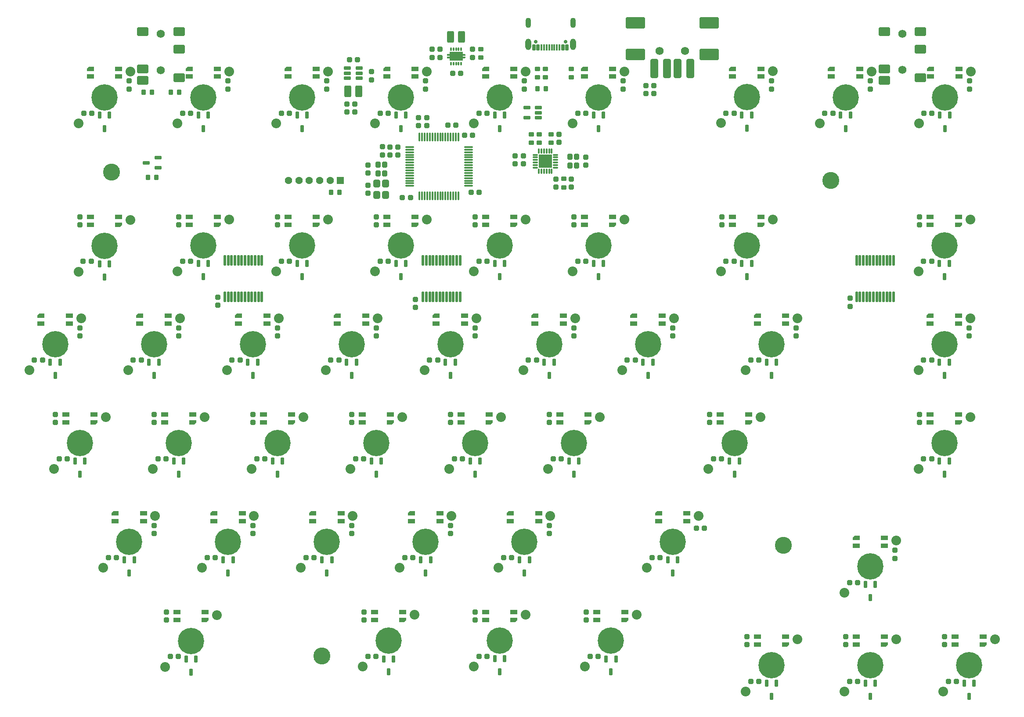
<source format=gbr>
%TF.GenerationSoftware,KiCad,Pcbnew,9.0.4*%
%TF.CreationDate,2025-09-14T11:33:08-05:00*%
%TF.ProjectId,shek-rounded,7368656b-2d72-46f7-956e-6465642e6b69,rev?*%
%TF.SameCoordinates,Original*%
%TF.FileFunction,Soldermask,Bot*%
%TF.FilePolarity,Negative*%
%FSLAX46Y46*%
G04 Gerber Fmt 4.6, Leading zero omitted, Abs format (unit mm)*
G04 Created by KiCad (PCBNEW 9.0.4) date 2025-09-14 11:33:08*
%MOMM*%
%LPD*%
G01*
G04 APERTURE LIST*
G04 Aperture macros list*
%AMRoundRect*
0 Rectangle with rounded corners*
0 $1 Rounding radius*
0 $2 $3 $4 $5 $6 $7 $8 $9 X,Y pos of 4 corners*
0 Add a 4 corners polygon primitive as box body*
4,1,4,$2,$3,$4,$5,$6,$7,$8,$9,$2,$3,0*
0 Add four circle primitives for the rounded corners*
1,1,$1+$1,$2,$3*
1,1,$1+$1,$4,$5*
1,1,$1+$1,$6,$7*
1,1,$1+$1,$8,$9*
0 Add four rect primitives between the rounded corners*
20,1,$1+$1,$2,$3,$4,$5,0*
20,1,$1+$1,$4,$5,$6,$7,0*
20,1,$1+$1,$6,$7,$8,$9,0*
20,1,$1+$1,$8,$9,$2,$3,0*%
%AMFreePoly0*
4,1,35,0.335414,0.712270,0.366794,0.706028,0.380491,0.700354,0.407094,0.682579,0.417579,0.672094,0.435354,0.645491,0.441028,0.631794,0.447270,0.600414,0.448000,0.593000,0.448000,-0.593000,0.447270,-0.600414,0.441028,-0.631794,0.435354,-0.645491,0.417579,-0.672094,0.407094,-0.682579,0.380491,-0.700354,0.366794,-0.706028,0.335414,-0.712270,0.328000,-0.713000,0.000000,-0.713000,
-0.026870,-0.701870,-0.436870,-0.291870,-0.448000,-0.265000,-0.448000,0.593000,-0.447270,0.600414,-0.441028,0.631794,-0.435354,0.645491,-0.417579,0.672094,-0.407094,0.682579,-0.380491,0.700354,-0.366794,0.706028,-0.335414,0.712270,-0.328000,0.713000,0.328000,0.713000,0.335414,0.712270,0.335414,0.712270,$1*%
%AMFreePoly1*
4,1,45,-0.098130,1.726870,-0.087000,1.700000,-0.087000,1.238000,0.087000,1.238000,0.087000,1.700000,0.098130,1.726870,0.125000,1.738000,0.375000,1.738000,0.401870,1.726870,0.413000,1.700000,0.413000,1.238000,0.825000,1.238000,0.851870,1.226870,0.863000,1.200000,0.863000,-1.200000,0.851870,-1.226870,0.825000,-1.238000,0.413000,-1.238000,0.413000,-1.700000,0.401870,-1.726870,
0.375000,-1.738000,0.125000,-1.738000,0.098130,-1.726870,0.087000,-1.700000,0.087000,-1.238000,-0.087000,-1.238000,-0.087000,-1.700000,-0.098130,-1.726870,-0.125000,-1.738000,-0.375000,-1.738000,-0.401870,-1.726870,-0.413000,-1.700000,-0.413000,-1.238000,-0.825000,-1.238000,-0.851870,-1.226870,-0.863000,-1.200000,-0.863000,1.200000,-0.851870,1.226870,-0.825000,1.238000,-0.413000,1.238000,
-0.413000,1.700000,-0.401870,1.726870,-0.375000,1.738000,-0.125000,1.738000,-0.098130,1.726870,-0.098130,1.726870,$1*%
G04 Aperture macros list end*
%ADD10C,1.876000*%
%ADD11C,5.076000*%
%ADD12RoundRect,0.181500X0.181500X-0.466500X0.181500X0.466500X-0.181500X0.466500X-0.181500X-0.466500X0*%
%ADD13C,3.276000*%
%ADD14RoundRect,0.169000X-0.531500X-0.169000X0.531500X-0.169000X0.531500X0.169000X-0.531500X0.169000X0*%
%ADD15RoundRect,0.219000X0.294000X-0.219000X0.294000X0.219000X-0.294000X0.219000X-0.294000X-0.219000X0*%
%ADD16RoundRect,0.089600X-0.623400X0.358400X-0.623400X-0.358400X0.623400X-0.358400X0.623400X0.358400X0*%
%ADD17FreePoly0,270.000000*%
%ADD18RoundRect,0.089600X0.623400X-0.358400X0.623400X0.358400X-0.623400X0.358400X-0.623400X-0.358400X0*%
%ADD19FreePoly0,90.000000*%
%ADD20RoundRect,0.244000X0.269000X-0.244000X0.269000X0.244000X-0.269000X0.244000X-0.269000X-0.244000X0*%
%ADD21RoundRect,0.244000X-0.269000X0.244000X-0.269000X-0.244000X0.269000X-0.244000X0.269000X0.244000X0*%
%ADD22RoundRect,0.244000X0.244000X0.269000X-0.244000X0.269000X-0.244000X-0.269000X0.244000X-0.269000X0*%
%ADD23RoundRect,0.079000X-0.079000X0.259000X-0.079000X-0.259000X0.079000X-0.259000X0.079000X0.259000X0*%
%ADD24FreePoly1,270.000000*%
%ADD25C,1.576000*%
%ADD26RoundRect,0.290800X-0.436200X-1.561200X0.436200X-1.561200X0.436200X1.561200X-0.436200X1.561200X0*%
%ADD27RoundRect,0.275500X-1.576500X-0.826500X1.576500X-0.826500X1.576500X0.826500X-1.576500X0.826500X0*%
%ADD28RoundRect,0.244000X-0.244000X-0.269000X0.244000X-0.269000X0.244000X0.269000X-0.244000X0.269000X0*%
%ADD29RoundRect,0.219000X-0.294000X0.219000X-0.294000X-0.219000X0.294000X-0.219000X0.294000X0.219000X0*%
%ADD30RoundRect,0.081500X0.081500X-0.394000X0.081500X0.394000X-0.081500X0.394000X-0.081500X-0.394000X0*%
%ADD31RoundRect,0.081500X0.394000X-0.081500X0.394000X0.081500X-0.394000X0.081500X-0.394000X-0.081500X0*%
%ADD32RoundRect,0.038000X1.250000X-1.250000X1.250000X1.250000X-1.250000X1.250000X-1.250000X-1.250000X0*%
%ADD33RoundRect,0.284000X-0.818000X-0.568000X0.818000X-0.568000X0.818000X0.568000X-0.818000X0.568000X0*%
%ADD34RoundRect,0.265833X0.372167X-0.472167X0.372167X0.472167X-0.372167X0.472167X-0.372167X-0.472167X0*%
%ADD35RoundRect,0.219000X-0.219000X-0.294000X0.219000X-0.294000X0.219000X0.294000X-0.219000X0.294000X0*%
%ADD36RoundRect,0.169000X0.531500X0.169000X-0.531500X0.169000X-0.531500X-0.169000X0.531500X-0.169000X0*%
%ADD37RoundRect,0.244000X0.244000X-0.344000X0.244000X0.344000X-0.244000X0.344000X-0.244000X-0.344000X0*%
%ADD38RoundRect,0.265200X-0.397800X-0.872800X0.397800X-0.872800X0.397800X0.872800X-0.397800X0.872800X0*%
%ADD39C,0.726000*%
%ADD40RoundRect,0.169000X-0.169000X-0.439000X0.169000X-0.439000X0.169000X0.439000X-0.169000X0.439000X0*%
%ADD41RoundRect,0.094000X-0.094000X-0.514000X0.094000X-0.514000X0.094000X0.514000X-0.094000X0.514000X0*%
%ADD42O,1.126000X2.176000*%
%ADD43O,1.076000X1.976000*%
%ADD44RoundRect,0.244000X-0.244000X0.344000X-0.244000X-0.344000X0.244000X-0.344000X0.244000X0.344000X0*%
%ADD45RoundRect,0.237750X0.275250X-0.237750X0.275250X0.237750X-0.275250X0.237750X-0.275250X-0.237750X0*%
%ADD46RoundRect,0.119000X-0.119000X0.869000X-0.119000X-0.869000X0.119000X-0.869000X0.119000X0.869000X0*%
%ADD47RoundRect,0.094000X-0.719000X-0.094000X0.719000X-0.094000X0.719000X0.094000X-0.719000X0.094000X0*%
%ADD48RoundRect,0.094000X-0.094000X-0.719000X0.094000X-0.719000X0.094000X0.719000X-0.094000X0.719000X0*%
%ADD49RoundRect,0.219000X0.219000X0.294000X-0.219000X0.294000X-0.219000X-0.294000X0.219000X-0.294000X0*%
%ADD50RoundRect,0.265200X0.397800X0.872800X-0.397800X0.872800X-0.397800X-0.872800X0.397800X-0.872800X0*%
%ADD51RoundRect,0.038000X0.675000X-0.675000X0.675000X0.675000X-0.675000X0.675000X-0.675000X-0.675000X0*%
%ADD52C,1.426000*%
G04 APERTURE END LIST*
D10*
%TO.C,U13*%
X371237500Y-71675000D03*
D11*
X376237500Y-66675000D03*
D10*
X381237500Y-61675000D03*
D12*
X375287500Y-70125000D03*
X377187500Y-70125000D03*
X376237500Y-72685000D03*
%TD*%
D10*
%TO.C,U10*%
X314087500Y-71675000D03*
D11*
X319087500Y-66675000D03*
D10*
X324087500Y-61675000D03*
D12*
X318137500Y-70125000D03*
X320037500Y-70125000D03*
X319087500Y-72685000D03*
%TD*%
D10*
%TO.C,U41*%
X416481250Y-138350000D03*
D11*
X421481250Y-133350000D03*
D10*
X426481250Y-128350000D03*
D12*
X420531250Y-136800000D03*
X422431250Y-136800000D03*
X421481250Y-139360000D03*
%TD*%
D10*
%TO.C,U33*%
X423625000Y-119300000D03*
D11*
X428625000Y-114300000D03*
D10*
X433625000Y-109300000D03*
D12*
X427675000Y-117750000D03*
X429575000Y-117750000D03*
X428625000Y-120310000D03*
%TD*%
D10*
%TO.C,U34*%
X456962500Y-119300000D03*
D11*
X461962500Y-114300000D03*
D10*
X466962500Y-109300000D03*
D12*
X461012500Y-117750000D03*
X462912500Y-117750000D03*
X461962500Y-120310000D03*
%TD*%
D10*
%TO.C,U11*%
X333137500Y-71675000D03*
D11*
X338137500Y-66675000D03*
D10*
X343137500Y-61675000D03*
D12*
X337187500Y-70125000D03*
X339087500Y-70125000D03*
X338137500Y-72685000D03*
%TD*%
D10*
%TO.C,U37*%
X328375000Y-138350000D03*
D11*
X333375000Y-133350000D03*
D10*
X338375000Y-128350000D03*
D12*
X332425000Y-136800000D03*
X334325000Y-136800000D03*
X333375000Y-139360000D03*
%TD*%
D10*
%TO.C,U53*%
X392668750Y-176450000D03*
D11*
X397668750Y-171450000D03*
D10*
X402668750Y-166450000D03*
D12*
X396718750Y-174950000D03*
X398618750Y-174950000D03*
X397668750Y-177460000D03*
%TD*%
D10*
%TO.C,U48*%
X404575000Y-157400000D03*
D11*
X409575000Y-152400000D03*
D10*
X414575000Y-147400000D03*
D12*
X408625000Y-155850000D03*
X410525000Y-155850000D03*
X409575000Y-158410000D03*
%TD*%
D10*
%TO.C,U44*%
X318850000Y-157400000D03*
D11*
X323850000Y-152400000D03*
D10*
X328850000Y-147400000D03*
D12*
X322900000Y-155850000D03*
X324800000Y-155850000D03*
X323850000Y-158410000D03*
%TD*%
D10*
%TO.C,U28*%
X323612500Y-119300000D03*
D11*
X328612500Y-114300000D03*
D10*
X333612500Y-109300000D03*
D12*
X327662500Y-117750000D03*
X329562500Y-117750000D03*
X328612500Y-120310000D03*
%TD*%
D10*
%TO.C,U47*%
X376000000Y-157400000D03*
D11*
X381000000Y-152400000D03*
D10*
X386000000Y-147400000D03*
D12*
X380050000Y-155850000D03*
X381950000Y-155850000D03*
X381000000Y-158410000D03*
%TD*%
D10*
%TO.C,U17*%
X457037500Y-71675000D03*
D11*
X462037500Y-66675000D03*
D10*
X467037500Y-61675000D03*
D12*
X461087500Y-70125000D03*
X462987500Y-70125000D03*
X462037500Y-72685000D03*
%TD*%
D13*
%TO.C,H2*%
X440100000Y-82700000D03*
%TD*%
D10*
%TO.C,U42*%
X456962500Y-138350000D03*
D11*
X461962500Y-133350000D03*
D10*
X466962500Y-128350000D03*
D12*
X461012500Y-136800000D03*
X462912500Y-136800000D03*
X461962500Y-139360000D03*
%TD*%
D13*
%TO.C,H4*%
X341900000Y-174400000D03*
%TD*%
D10*
%TO.C,U39*%
X366475000Y-138350000D03*
D11*
X371475000Y-133350000D03*
D10*
X376475000Y-128350000D03*
D12*
X370525000Y-136800000D03*
X372425000Y-136800000D03*
X371475000Y-139360000D03*
%TD*%
D10*
%TO.C,U23*%
X390287500Y-100250000D03*
D11*
X395287500Y-95250000D03*
D10*
X400287500Y-90250000D03*
D12*
X394337500Y-98700000D03*
X396237500Y-98700000D03*
X395287500Y-101260000D03*
%TD*%
D10*
%TO.C,U45*%
X337900000Y-157400000D03*
D11*
X342900000Y-152400000D03*
D10*
X347900000Y-147400000D03*
D12*
X341950000Y-155850000D03*
X343850000Y-155850000D03*
X342900000Y-158410000D03*
%TD*%
D10*
%TO.C,U12*%
X352187500Y-71675000D03*
D11*
X357187500Y-66675000D03*
D10*
X362187500Y-61675000D03*
D12*
X356237500Y-70125000D03*
X358137500Y-70125000D03*
X357187500Y-72685000D03*
%TD*%
D10*
%TO.C,U51*%
X349806250Y-176450000D03*
D11*
X354806250Y-171450000D03*
D10*
X359806250Y-166450000D03*
D12*
X353856250Y-174950000D03*
X355756250Y-174950000D03*
X354806250Y-177460000D03*
%TD*%
D10*
%TO.C,U15*%
X418862500Y-71612500D03*
D11*
X423862500Y-66612500D03*
D10*
X428862500Y-61612500D03*
D12*
X422912500Y-70062500D03*
X424812500Y-70062500D03*
X423862500Y-72622500D03*
%TD*%
D10*
%TO.C,U9*%
X295037500Y-71675000D03*
D11*
X300037500Y-66675000D03*
D10*
X305037500Y-61675000D03*
D12*
X299087500Y-70125000D03*
X300987500Y-70125000D03*
X300037500Y-72685000D03*
%TD*%
D10*
%TO.C,U16*%
X437912500Y-71675000D03*
D11*
X442912500Y-66675000D03*
D10*
X447912500Y-61675000D03*
D12*
X441962500Y-70125000D03*
X443862500Y-70125000D03*
X442912500Y-72685000D03*
%TD*%
D10*
%TO.C,U54*%
X423625000Y-181212500D03*
D11*
X428625000Y-176212500D03*
D10*
X433625000Y-171212500D03*
D12*
X427675000Y-179662500D03*
X429575000Y-179662500D03*
X428625000Y-182222500D03*
%TD*%
D10*
%TO.C,U25*%
X456962500Y-100250000D03*
D11*
X461962500Y-95250000D03*
D10*
X466962500Y-90250000D03*
D12*
X461012500Y-98700000D03*
X462912500Y-98700000D03*
X461962500Y-101260000D03*
%TD*%
D10*
%TO.C,U49*%
X442675000Y-162162500D03*
D11*
X447675000Y-157162500D03*
D10*
X452675000Y-152162500D03*
D12*
X446725000Y-160612500D03*
X448625000Y-160612500D03*
X447675000Y-163172500D03*
%TD*%
D10*
%TO.C,U32*%
X399812500Y-119300000D03*
D11*
X404812500Y-114300000D03*
D10*
X409812500Y-109300000D03*
D12*
X403862500Y-117750000D03*
X405762500Y-117750000D03*
X404812500Y-120310000D03*
%TD*%
D10*
%TO.C,U56*%
X461725000Y-181212500D03*
D11*
X466725000Y-176212500D03*
D10*
X471725000Y-171212500D03*
D12*
X465775000Y-179662500D03*
X467675000Y-179662500D03*
X466725000Y-182222500D03*
%TD*%
D10*
%TO.C,U38*%
X347425000Y-138350000D03*
D11*
X352425000Y-133350000D03*
D10*
X357425000Y-128350000D03*
D12*
X351475000Y-136800000D03*
X353375000Y-136800000D03*
X352425000Y-139360000D03*
%TD*%
D13*
%TO.C,H3*%
X301400000Y-81100000D03*
%TD*%
D10*
%TO.C,U14*%
X390287500Y-71675000D03*
D11*
X395287500Y-66675000D03*
D10*
X400287500Y-61675000D03*
D12*
X394337500Y-70125000D03*
X396237500Y-70125000D03*
X395287500Y-72685000D03*
%TD*%
D13*
%TO.C,H1*%
X430900000Y-153100000D03*
%TD*%
D10*
%TO.C,U24*%
X418862500Y-100250000D03*
D11*
X423862500Y-95250000D03*
D10*
X428862500Y-90250000D03*
D12*
X422912500Y-98700000D03*
X424812500Y-98700000D03*
X423862500Y-101260000D03*
%TD*%
D10*
%TO.C,U40*%
X385525000Y-138350000D03*
D11*
X390525000Y-133350000D03*
D10*
X395525000Y-128350000D03*
D12*
X389575000Y-136800000D03*
X391475000Y-136800000D03*
X390525000Y-139360000D03*
%TD*%
D10*
%TO.C,U26*%
X285512500Y-119300000D03*
D11*
X290512500Y-114300000D03*
D10*
X295512500Y-109300000D03*
D12*
X289562500Y-117750000D03*
X291462500Y-117750000D03*
X290512500Y-120310000D03*
%TD*%
D10*
%TO.C,U52*%
X371237500Y-176450000D03*
D11*
X376237500Y-171450000D03*
D10*
X381237500Y-166450000D03*
D12*
X375287500Y-174900000D03*
X377187500Y-174900000D03*
X376237500Y-177460000D03*
%TD*%
D10*
%TO.C,U43*%
X299800000Y-157400000D03*
D11*
X304800000Y-152400000D03*
D10*
X309800000Y-147400000D03*
D12*
X303850000Y-155850000D03*
X305750000Y-155850000D03*
X304800000Y-158410000D03*
%TD*%
D10*
%TO.C,U27*%
X304562500Y-119300000D03*
D11*
X309562500Y-114300000D03*
D10*
X314562500Y-109300000D03*
D12*
X308612500Y-117750000D03*
X310512500Y-117750000D03*
X309562500Y-120310000D03*
%TD*%
D10*
%TO.C,U18*%
X295037500Y-100312500D03*
D11*
X300037500Y-95312500D03*
D10*
X305037500Y-90312500D03*
D12*
X299087500Y-98762500D03*
X300987500Y-98762500D03*
X300037500Y-101322500D03*
%TD*%
D10*
%TO.C,U29*%
X342662500Y-119300000D03*
D11*
X347662500Y-114300000D03*
D10*
X352662500Y-109300000D03*
D12*
X346712500Y-117750000D03*
X348612500Y-117750000D03*
X347662500Y-120310000D03*
%TD*%
D10*
%TO.C,U22*%
X371237500Y-100250000D03*
D11*
X376237500Y-95250000D03*
D10*
X381237500Y-90250000D03*
D12*
X375287500Y-98700000D03*
X377187500Y-98700000D03*
X376237500Y-101260000D03*
%TD*%
D10*
%TO.C,U46*%
X356950000Y-157400000D03*
D11*
X361950000Y-152400000D03*
D10*
X366950000Y-147400000D03*
D12*
X361000000Y-155850000D03*
X362900000Y-155850000D03*
X361950000Y-158410000D03*
%TD*%
D10*
%TO.C,U19*%
X314087500Y-100250000D03*
D11*
X319087500Y-95250000D03*
D10*
X324087500Y-90250000D03*
D12*
X318137500Y-98700000D03*
X320037500Y-98700000D03*
X319087500Y-101260000D03*
%TD*%
D10*
%TO.C,U20*%
X333137500Y-100250000D03*
D11*
X338137500Y-95250000D03*
D10*
X343137500Y-90250000D03*
D12*
X337187500Y-98700000D03*
X339087500Y-98700000D03*
X338137500Y-101260000D03*
%TD*%
D10*
%TO.C,U21*%
X352187500Y-100250000D03*
D11*
X357187500Y-95250000D03*
D10*
X362187500Y-90250000D03*
D12*
X356237500Y-98700000D03*
X358137500Y-98700000D03*
X357187500Y-101260000D03*
%TD*%
D10*
%TO.C,U50*%
X311706250Y-176512500D03*
D11*
X316706250Y-171512500D03*
D10*
X321706250Y-166512500D03*
D12*
X315756250Y-174962500D03*
X317656250Y-174962500D03*
X316706250Y-177522500D03*
%TD*%
D10*
%TO.C,U31*%
X380762500Y-119300000D03*
D11*
X385762500Y-114300000D03*
D10*
X390762500Y-109300000D03*
D12*
X384812500Y-117750000D03*
X386712500Y-117750000D03*
X385762500Y-120310000D03*
%TD*%
D10*
%TO.C,U36*%
X309325000Y-138350000D03*
D11*
X314325000Y-133350000D03*
D10*
X319325000Y-128350000D03*
D12*
X313375000Y-136800000D03*
X315275000Y-136800000D03*
X314325000Y-139360000D03*
%TD*%
D10*
%TO.C,U30*%
X361712500Y-119300000D03*
D11*
X366712500Y-114300000D03*
D10*
X371712500Y-109300000D03*
D12*
X365762500Y-117750000D03*
X367662500Y-117750000D03*
X366712500Y-120310000D03*
%TD*%
D10*
%TO.C,U35*%
X290275000Y-138350000D03*
D11*
X295275000Y-133350000D03*
D10*
X300275000Y-128350000D03*
D12*
X294325000Y-136800000D03*
X296225000Y-136800000D03*
X295275000Y-139360000D03*
%TD*%
D10*
%TO.C,U55*%
X442675000Y-181212500D03*
D11*
X447675000Y-176212500D03*
D10*
X452675000Y-171212500D03*
D12*
X446725000Y-179662500D03*
X448625000Y-179662500D03*
X447675000Y-182222500D03*
%TD*%
D14*
%TO.C,U4*%
X346862500Y-62950000D03*
X346862500Y-62000000D03*
X346862500Y-61050000D03*
X349137500Y-61050000D03*
X349137500Y-62000000D03*
X349137500Y-62950000D03*
%TD*%
D15*
%TO.C,R8*%
X382300000Y-75425000D03*
X382300000Y-73775000D03*
%TD*%
D16*
%TO.C,LED21*%
X350387500Y-110287500D03*
X350387500Y-108787500D03*
X344937500Y-110287500D03*
D17*
X344937500Y-108787500D03*
%TD*%
D16*
%TO.C,LED3*%
X340862500Y-62662500D03*
X340862500Y-61162500D03*
X335412500Y-62662500D03*
D17*
X335412500Y-61162500D03*
%TD*%
D18*
%TO.C,LED17*%
X297312500Y-89737500D03*
X297312500Y-91237500D03*
X302762500Y-89737500D03*
D19*
X302762500Y-91237500D03*
%TD*%
D20*
%TO.C,C100*%
X390525000Y-112693750D03*
X390525000Y-111143750D03*
%TD*%
D21*
%TO.C,C11*%
X364746638Y-57425884D03*
X364746638Y-58975884D03*
%TD*%
D22*
%TO.C,C71*%
X314243750Y-174500000D03*
X312693750Y-174500000D03*
%TD*%
D20*
%TO.C,C81*%
X361950000Y-65068750D03*
X361950000Y-63518750D03*
%TD*%
D16*
%TO.C,LED37*%
X345625000Y-148387500D03*
X345625000Y-146887500D03*
X340175000Y-148387500D03*
D17*
X340175000Y-146887500D03*
%TD*%
D22*
%TO.C,C55*%
X378537500Y-155450000D03*
X376987500Y-155450000D03*
%TD*%
D20*
%TO.C,C96*%
X314325000Y-112693750D03*
X314325000Y-111143750D03*
%TD*%
D22*
%TO.C,C21*%
X362150000Y-70600000D03*
X360600000Y-70600000D03*
%TD*%
D16*
%TO.C,LED36*%
X326575000Y-148387500D03*
X326575000Y-146887500D03*
X321125000Y-148387500D03*
D17*
X321125000Y-146887500D03*
%TD*%
D22*
%TO.C,C38*%
X440450000Y-69725000D03*
X438900000Y-69725000D03*
%TD*%
D23*
%TO.C,U3*%
X366800000Y-57375000D03*
X367300000Y-57375000D03*
X367800000Y-57375000D03*
X368300000Y-57375000D03*
X368800000Y-57375000D03*
X368800000Y-60175000D03*
X368300000Y-60175000D03*
X367800000Y-60175000D03*
X367300000Y-60175000D03*
X366800000Y-60175000D03*
D24*
X367800000Y-58775000D03*
%TD*%
D22*
%TO.C,C48*%
X419018750Y-136400000D03*
X417468750Y-136400000D03*
%TD*%
D20*
%TO.C,C91*%
X352425000Y-91262500D03*
X352425000Y-89712500D03*
%TD*%
%TO.C,C89*%
X390525000Y-91262500D03*
X390525000Y-89712500D03*
%TD*%
%TO.C,C1*%
X392800000Y-79775000D03*
X392800000Y-78225000D03*
%TD*%
D22*
%TO.C,C44*%
X421400000Y-98300000D03*
X419850000Y-98300000D03*
%TD*%
D16*
%TO.C,LED41*%
X450400000Y-153150000D03*
X450400000Y-151650000D03*
X444950000Y-153150000D03*
D17*
X444950000Y-151650000D03*
%TD*%
D25*
%TO.C,J2*%
X407050000Y-57720000D03*
X411950000Y-57720000D03*
D26*
X406000000Y-61100000D03*
X408500000Y-61100000D03*
X410500000Y-61100000D03*
X413000000Y-61100000D03*
D27*
X402375000Y-58420000D03*
X416625000Y-58420000D03*
X402375000Y-52320000D03*
X416625000Y-52320000D03*
%TD*%
D22*
%TO.C,C36*%
X426162500Y-179262500D03*
X424612500Y-179262500D03*
%TD*%
%TO.C,C77*%
X321387500Y-155450000D03*
X319837500Y-155450000D03*
%TD*%
D21*
%TO.C,C28*%
X360000000Y-105625000D03*
X360000000Y-107175000D03*
%TD*%
D22*
%TO.C,C75*%
X330912500Y-136400000D03*
X329362500Y-136400000D03*
%TD*%
%TO.C,C63*%
X354725000Y-98300000D03*
X353175000Y-98300000D03*
%TD*%
%TO.C,C72*%
X340437500Y-155450000D03*
X338887500Y-155450000D03*
%TD*%
%TO.C,C54*%
X392825000Y-69725000D03*
X391275000Y-69725000D03*
%TD*%
D16*
%TO.C,LED23*%
X388487500Y-110287500D03*
X388487500Y-108787500D03*
X383037500Y-110287500D03*
D17*
X383037500Y-108787500D03*
%TD*%
D20*
%TO.C,C104*%
X290512500Y-129362500D03*
X290512500Y-127812500D03*
%TD*%
%TO.C,C87*%
X457200000Y-91262500D03*
X457200000Y-89712500D03*
%TD*%
D18*
%TO.C,LED46*%
X373512500Y-165937500D03*
X373512500Y-167437500D03*
X378962500Y-165937500D03*
D19*
X378962500Y-167437500D03*
%TD*%
D18*
%TO.C,LED10*%
X459237500Y-89737500D03*
X459237500Y-91237500D03*
X464687500Y-89737500D03*
D19*
X464687500Y-91237500D03*
%TD*%
D22*
%TO.C,C51*%
X383300000Y-117350000D03*
X381750000Y-117350000D03*
%TD*%
D18*
%TO.C,LED48*%
X313981250Y-165937500D03*
X313981250Y-167437500D03*
X319431250Y-165937500D03*
D19*
X319431250Y-167437500D03*
%TD*%
D18*
%TO.C,LED11*%
X421137500Y-89737500D03*
X421137500Y-91237500D03*
X426587500Y-89737500D03*
D19*
X426587500Y-91237500D03*
%TD*%
D21*
%TO.C,C27*%
X443800000Y-105425000D03*
X443800000Y-106975000D03*
%TD*%
D22*
%TO.C,C42*%
X388062500Y-136400000D03*
X386512500Y-136400000D03*
%TD*%
D16*
%TO.C,LED24*%
X407537500Y-110287500D03*
X407537500Y-108787500D03*
X402087500Y-110287500D03*
D17*
X402087500Y-108787500D03*
%TD*%
D22*
%TO.C,C31*%
X459500000Y-117350000D03*
X457950000Y-117350000D03*
%TD*%
D16*
%TO.C,LED18*%
X293237500Y-110287500D03*
X293237500Y-108787500D03*
X287787500Y-110287500D03*
D17*
X287787500Y-108787500D03*
%TD*%
D22*
%TO.C,C60*%
X335675000Y-69725000D03*
X334125000Y-69725000D03*
%TD*%
D15*
%TO.C,R9*%
X372546638Y-59025884D03*
X372546638Y-57375884D03*
%TD*%
D20*
%TO.C,C84*%
X428625000Y-65068750D03*
X428625000Y-63518750D03*
%TD*%
%TO.C,C109*%
X385762500Y-129362500D03*
X385762500Y-127812500D03*
%TD*%
D22*
%TO.C,C39*%
X421400000Y-69725000D03*
X419850000Y-69725000D03*
%TD*%
D16*
%TO.C,LED40*%
X412300000Y-148387500D03*
X412300000Y-146887500D03*
X406850000Y-148387500D03*
D17*
X406850000Y-146887500D03*
%TD*%
D16*
%TO.C,LED39*%
X383725000Y-148387500D03*
X383725000Y-146887500D03*
X378275000Y-148387500D03*
D17*
X378275000Y-146887500D03*
%TD*%
D20*
%TO.C,C22*%
X356575000Y-77775000D03*
X356575000Y-76225000D03*
%TD*%
D18*
%TO.C,LED27*%
X459237500Y-127837500D03*
X459237500Y-129337500D03*
X464687500Y-127837500D03*
D19*
X464687500Y-129337500D03*
%TD*%
D22*
%TO.C,C50*%
X359487500Y-155450000D03*
X357937500Y-155450000D03*
%TD*%
D21*
%TO.C,C9*%
X370946638Y-57425884D03*
X370946638Y-58975884D03*
%TD*%
D28*
%TO.C,C15*%
X346745000Y-67970000D03*
X348295000Y-67970000D03*
%TD*%
D21*
%TO.C,C26*%
X350800000Y-83625000D03*
X350800000Y-85175000D03*
%TD*%
D16*
%TO.C,LED2*%
X321812500Y-62662500D03*
X321812500Y-61162500D03*
X316362500Y-62662500D03*
D17*
X316362500Y-61162500D03*
%TD*%
D29*
%TO.C,R6*%
X386150000Y-73775000D03*
X386150000Y-75425000D03*
%TD*%
D20*
%TO.C,C97*%
X333375000Y-112693750D03*
X333375000Y-111143750D03*
%TD*%
%TO.C,C80*%
X342900000Y-65068750D03*
X342900000Y-63518750D03*
%TD*%
D18*
%TO.C,LED43*%
X444950000Y-170700000D03*
X444950000Y-172200000D03*
X450400000Y-170700000D03*
D19*
X450400000Y-172200000D03*
%TD*%
D22*
%TO.C,C43*%
X402350000Y-117350000D03*
X400800000Y-117350000D03*
%TD*%
D30*
%TO.C,U1*%
X386250000Y-80937500D03*
X385750000Y-80937500D03*
X385250000Y-80937500D03*
X384750000Y-80937500D03*
X384250000Y-80937500D03*
X383750000Y-80937500D03*
D31*
X383062500Y-80250000D03*
X383062500Y-79750000D03*
X383062500Y-79250000D03*
X383062500Y-78750000D03*
X383062500Y-78250000D03*
X383062500Y-77750000D03*
D30*
X383750000Y-77062500D03*
X384250000Y-77062500D03*
X384750000Y-77062500D03*
X385250000Y-77062500D03*
X385750000Y-77062500D03*
X386250000Y-77062500D03*
D31*
X386937500Y-77750000D03*
X386937500Y-78250000D03*
X386937500Y-78750000D03*
X386937500Y-79250000D03*
X386937500Y-79750000D03*
X386937500Y-80250000D03*
D32*
X385000000Y-79000000D03*
%TD*%
D22*
%TO.C,C66*%
X292812500Y-136400000D03*
X291262500Y-136400000D03*
%TD*%
D20*
%TO.C,C79*%
X323850000Y-65068750D03*
X323850000Y-63518750D03*
%TD*%
D22*
%TO.C,C59*%
X297450000Y-98300000D03*
X295900000Y-98300000D03*
%TD*%
D20*
%TO.C,C112*%
X309562500Y-150793750D03*
X309562500Y-149243750D03*
%TD*%
D29*
%TO.C,R1*%
X383500000Y-61175000D03*
X383500000Y-62825000D03*
%TD*%
D16*
%TO.C,LED6*%
X398012500Y-62662500D03*
X398012500Y-61162500D03*
X392562500Y-62662500D03*
D17*
X392562500Y-61162500D03*
%TD*%
D22*
%TO.C,C74*%
X345200000Y-117350000D03*
X343650000Y-117350000D03*
%TD*%
D18*
%TO.C,LED14*%
X354462500Y-89737500D03*
X354462500Y-91237500D03*
X359912500Y-89737500D03*
D19*
X359912500Y-91237500D03*
%TD*%
D18*
%TO.C,LED45*%
X394943750Y-165937500D03*
X394943750Y-167437500D03*
X400393750Y-165937500D03*
D19*
X400393750Y-167437500D03*
%TD*%
D20*
%TO.C,C120*%
X350043750Y-167462500D03*
X350043750Y-165912500D03*
%TD*%
D25*
%TO.C,J5*%
X453850000Y-54400000D03*
X453850000Y-61400000D03*
D33*
X457350000Y-54000000D03*
X450350000Y-54000000D03*
X457350000Y-57400000D03*
X450350000Y-61200000D03*
X450350000Y-63400000D03*
X457350000Y-62900000D03*
%TD*%
D18*
%TO.C,LED31*%
X349700000Y-127837500D03*
X349700000Y-129337500D03*
X355150000Y-127837500D03*
D19*
X355150000Y-129337500D03*
%TD*%
D34*
%TO.C,Y3*%
X352550000Y-85500000D03*
X352550000Y-83300000D03*
X354250000Y-83300000D03*
X354250000Y-85500000D03*
%TD*%
D22*
%TO.C,C32*%
X459500000Y-136400000D03*
X457950000Y-136400000D03*
%TD*%
D35*
%TO.C,R10*%
X343675000Y-85000000D03*
X345325000Y-85000000D03*
%TD*%
D21*
%TO.C,C10*%
X363146638Y-57425884D03*
X363146638Y-58975884D03*
%TD*%
D36*
%TO.C,Q1*%
X310337500Y-78337500D03*
X310337500Y-80237500D03*
X308062500Y-79287500D03*
%TD*%
D20*
%TO.C,C119*%
X311943750Y-167462500D03*
X311943750Y-165912500D03*
%TD*%
%TO.C,C83*%
X400050000Y-65068750D03*
X400050000Y-63518750D03*
%TD*%
%TO.C,C121*%
X371475000Y-167462500D03*
X371475000Y-165912500D03*
%TD*%
D37*
%TO.C,Y2*%
X352750000Y-81350000D03*
X352750000Y-79650000D03*
X354050000Y-79650000D03*
X354050000Y-81350000D03*
%TD*%
D38*
%TO.C,L1*%
X366725000Y-55000000D03*
X368875000Y-55000000D03*
%TD*%
D20*
%TO.C,C102*%
X433387500Y-112693750D03*
X433387500Y-111143750D03*
%TD*%
D29*
%TO.C,R5*%
X388550000Y-82385000D03*
X388550000Y-84035000D03*
%TD*%
D16*
%TO.C,LED8*%
X445637500Y-62662500D03*
X445637500Y-61162500D03*
X440187500Y-62662500D03*
D17*
X440187500Y-61162500D03*
%TD*%
D22*
%TO.C,C73*%
X326150000Y-117350000D03*
X324600000Y-117350000D03*
%TD*%
D16*
%TO.C,LED26*%
X464687500Y-110287500D03*
X464687500Y-108787500D03*
X459237500Y-110287500D03*
D17*
X459237500Y-108787500D03*
%TD*%
D16*
%TO.C,LED35*%
X307525000Y-148387500D03*
X307525000Y-146887500D03*
X302075000Y-148387500D03*
D17*
X302075000Y-146887500D03*
%TD*%
D20*
%TO.C,C125*%
X461962500Y-172225000D03*
X461962500Y-170675000D03*
%TD*%
D18*
%TO.C,LED12*%
X392562500Y-89737500D03*
X392562500Y-91237500D03*
X398012500Y-89737500D03*
D19*
X398012500Y-91237500D03*
%TD*%
D20*
%TO.C,C124*%
X442912500Y-172225000D03*
X442912500Y-170675000D03*
%TD*%
D29*
%TO.C,R4*%
X390000000Y-61175000D03*
X390000000Y-62825000D03*
%TD*%
D35*
%TO.C,R12*%
X307525000Y-65700000D03*
X309175000Y-65700000D03*
%TD*%
D22*
%TO.C,C41*%
X373775000Y-174500000D03*
X372225000Y-174500000D03*
%TD*%
D18*
%TO.C,LED29*%
X387800000Y-127837500D03*
X387800000Y-129337500D03*
X393250000Y-127837500D03*
D19*
X393250000Y-129337500D03*
%TD*%
D16*
%TO.C,LED19*%
X312287500Y-110287500D03*
X312287500Y-108787500D03*
X306837500Y-110287500D03*
D17*
X306837500Y-108787500D03*
%TD*%
D20*
%TO.C,C116*%
X385762500Y-150793750D03*
X385762500Y-149243750D03*
%TD*%
D18*
%TO.C,LED34*%
X292550000Y-127837500D03*
X292550000Y-129337500D03*
X298000000Y-127837500D03*
D19*
X298000000Y-129337500D03*
%TD*%
D22*
%TO.C,C5*%
X380775000Y-79500000D03*
X379225000Y-79500000D03*
%TD*%
%TO.C,C33*%
X464262500Y-179262500D03*
X462712500Y-179262500D03*
%TD*%
D16*
%TO.C,LED5*%
X378962500Y-62662500D03*
X378962500Y-61162500D03*
X373512500Y-62662500D03*
D17*
X373512500Y-61162500D03*
%TD*%
D39*
%TO.C,J1*%
X383122824Y-55980000D03*
X388902824Y-55980000D03*
D40*
X382812824Y-57050000D03*
X383612824Y-57050000D03*
D41*
X384762824Y-57050000D03*
X385762824Y-57050000D03*
X386262824Y-57050000D03*
X387262824Y-57050000D03*
D40*
X389212824Y-57050000D03*
X388412824Y-57050000D03*
D41*
X387762824Y-57050000D03*
X386762824Y-57050000D03*
X385262824Y-57050000D03*
X384262824Y-57050000D03*
D42*
X381692824Y-56480000D03*
X390332824Y-56480000D03*
D43*
X381692824Y-52300000D03*
X390332824Y-52300000D03*
%TD*%
D44*
%TO.C,Y1*%
X391050000Y-78100000D03*
X391050000Y-79800000D03*
X389750000Y-79800000D03*
X389750000Y-78100000D03*
%TD*%
D20*
%TO.C,C122*%
X392906250Y-167462500D03*
X392906250Y-165912500D03*
%TD*%
D22*
%TO.C,C117*%
X415665000Y-149730000D03*
X414115000Y-149730000D03*
%TD*%
%TO.C,C35*%
X445212500Y-160212500D03*
X443662500Y-160212500D03*
%TD*%
%TO.C,C53*%
X373775000Y-98290000D03*
X372225000Y-98290000D03*
%TD*%
D21*
%TO.C,C3*%
X390050000Y-82435000D03*
X390050000Y-83985000D03*
%TD*%
D22*
%TO.C,C46*%
X395206250Y-174500000D03*
X393656250Y-174500000D03*
%TD*%
D28*
%TO.C,C16*%
X347225000Y-59400000D03*
X348775000Y-59400000D03*
%TD*%
D16*
%TO.C,LED9*%
X464762500Y-62662500D03*
X464762500Y-61162500D03*
X459312500Y-62662500D03*
D17*
X459312500Y-61162500D03*
%TD*%
D45*
%TO.C,FB1*%
X353575001Y-77787500D03*
X353575001Y-76212500D03*
%TD*%
D36*
%TO.C,U2*%
X383707500Y-68670000D03*
X383707500Y-69620000D03*
X383707500Y-70570000D03*
X381432500Y-70570000D03*
X381432500Y-68670000D03*
%TD*%
D46*
%TO.C,U7*%
X361425000Y-98100000D03*
X362075000Y-98100000D03*
X362725000Y-98100000D03*
X363375000Y-98100000D03*
X364025000Y-98100000D03*
X364675000Y-98100000D03*
X365325000Y-98100000D03*
X365975000Y-98100000D03*
X366625000Y-98100000D03*
X367275000Y-98100000D03*
X367925000Y-98100000D03*
X368575000Y-98100000D03*
X368575000Y-105100000D03*
X367925000Y-105100000D03*
X367275000Y-105100000D03*
X366625000Y-105100000D03*
X365975000Y-105100000D03*
X365325000Y-105100000D03*
X364675000Y-105100000D03*
X364025000Y-105100000D03*
X363375000Y-105100000D03*
X362725000Y-105100000D03*
X362075000Y-105100000D03*
X361425000Y-105100000D03*
%TD*%
D15*
%TO.C,R7*%
X383800000Y-75425000D03*
X383800000Y-73775000D03*
%TD*%
D20*
%TO.C,C4*%
X387650000Y-75375000D03*
X387650000Y-73825000D03*
%TD*%
%TO.C,C103*%
X466725000Y-112693750D03*
X466725000Y-111143750D03*
%TD*%
D16*
%TO.C,LED22*%
X369437500Y-110287500D03*
X369437500Y-108787500D03*
X363987500Y-110287500D03*
D17*
X363987500Y-108787500D03*
%TD*%
D20*
%TO.C,C86*%
X466800000Y-65068750D03*
X466800000Y-63518750D03*
%TD*%
D22*
%TO.C,C76*%
X288050000Y-117350000D03*
X286500000Y-117350000D03*
%TD*%
D28*
%TO.C,C17*%
X369425000Y-74000000D03*
X370975000Y-74000000D03*
%TD*%
D21*
%TO.C,C2*%
X387050000Y-82435000D03*
X387050000Y-83985000D03*
%TD*%
D16*
%TO.C,LED38*%
X364675000Y-148387500D03*
X364675000Y-146887500D03*
X359225000Y-148387500D03*
D17*
X359225000Y-146887500D03*
%TD*%
D21*
%TO.C,C13*%
X351500000Y-61725000D03*
X351500000Y-63275000D03*
%TD*%
D47*
%TO.C,U5*%
X358825000Y-83750000D03*
X358825000Y-83250000D03*
X358825000Y-82750000D03*
X358825000Y-82250000D03*
X358825000Y-81750000D03*
X358825000Y-81250000D03*
X358825000Y-80750000D03*
X358825000Y-80250000D03*
X358825000Y-79750000D03*
X358825000Y-79250000D03*
X358825000Y-78750000D03*
X358825000Y-78250000D03*
X358825000Y-77750000D03*
X358825000Y-77250000D03*
X358825000Y-76750000D03*
X358825000Y-76250000D03*
D48*
X360750000Y-74325000D03*
X361250000Y-74325000D03*
X361750000Y-74325000D03*
X362250000Y-74325000D03*
X362750000Y-74325000D03*
X363250000Y-74325000D03*
X363750000Y-74325000D03*
X364250000Y-74325000D03*
X364750000Y-74325000D03*
X365250000Y-74325000D03*
X365750000Y-74325000D03*
X366250000Y-74325000D03*
X366750000Y-74325000D03*
X367250000Y-74325000D03*
X367750000Y-74325000D03*
X368250000Y-74325000D03*
D47*
X370175000Y-76250000D03*
X370175000Y-76750000D03*
X370175000Y-77250000D03*
X370175000Y-77750000D03*
X370175000Y-78250000D03*
X370175000Y-78750000D03*
X370175000Y-79250000D03*
X370175000Y-79750000D03*
X370175000Y-80250000D03*
X370175000Y-80750000D03*
X370175000Y-81250000D03*
X370175000Y-81750000D03*
X370175000Y-82250000D03*
X370175000Y-82750000D03*
X370175000Y-83250000D03*
X370175000Y-83750000D03*
D48*
X368250000Y-85675000D03*
X367750000Y-85675000D03*
X367250000Y-85675000D03*
X366750000Y-85675000D03*
X366250000Y-85675000D03*
X365750000Y-85675000D03*
X365250000Y-85675000D03*
X364750000Y-85675000D03*
X364250000Y-85675000D03*
X363750000Y-85675000D03*
X363250000Y-85675000D03*
X362750000Y-85675000D03*
X362250000Y-85675000D03*
X361750000Y-85675000D03*
X361250000Y-85675000D03*
X360750000Y-85675000D03*
%TD*%
D22*
%TO.C,C34*%
X445212500Y-179262500D03*
X443662500Y-179262500D03*
%TD*%
%TO.C,C57*%
X373775000Y-69725000D03*
X372225000Y-69725000D03*
%TD*%
D20*
%TO.C,C92*%
X333375000Y-91262500D03*
X333375000Y-89712500D03*
%TD*%
D22*
%TO.C,C40*%
X352343750Y-174500000D03*
X350793750Y-174500000D03*
%TD*%
D46*
%TO.C,U6*%
X445025000Y-98100000D03*
X445675000Y-98100000D03*
X446325000Y-98100000D03*
X446975000Y-98100000D03*
X447625000Y-98100000D03*
X448275000Y-98100000D03*
X448925000Y-98100000D03*
X449575000Y-98100000D03*
X450225000Y-98100000D03*
X450875000Y-98100000D03*
X451525000Y-98100000D03*
X452175000Y-98100000D03*
X452175000Y-105100000D03*
X451525000Y-105100000D03*
X450875000Y-105100000D03*
X450225000Y-105100000D03*
X449575000Y-105100000D03*
X448925000Y-105100000D03*
X448275000Y-105100000D03*
X447625000Y-105100000D03*
X446975000Y-105100000D03*
X446325000Y-105100000D03*
X445675000Y-105100000D03*
X445025000Y-105100000D03*
%TD*%
D22*
%TO.C,C19*%
X359000000Y-86000000D03*
X357450000Y-86000000D03*
%TD*%
D20*
%TO.C,C115*%
X366712500Y-150793750D03*
X366712500Y-149243750D03*
%TD*%
D22*
%TO.C,C64*%
X335675000Y-98300000D03*
X334125000Y-98300000D03*
%TD*%
D18*
%TO.C,LED32*%
X330650000Y-127837500D03*
X330650000Y-129337500D03*
X336100000Y-127837500D03*
D19*
X336100000Y-129337500D03*
%TD*%
D22*
%TO.C,C49*%
X369012500Y-136400000D03*
X367462500Y-136400000D03*
%TD*%
D18*
%TO.C,LED15*%
X335412500Y-89737500D03*
X335412500Y-91237500D03*
X340862500Y-89737500D03*
D19*
X340862500Y-91237500D03*
%TD*%
D20*
%TO.C,C90*%
X371475000Y-91262500D03*
X371475000Y-89712500D03*
%TD*%
%TO.C,C118*%
X452437500Y-155556250D03*
X452437500Y-154006250D03*
%TD*%
D22*
%TO.C,C6*%
X380775000Y-78000000D03*
X379225000Y-78000000D03*
%TD*%
D28*
%TO.C,C20*%
X370725000Y-85000001D03*
X372275000Y-85000001D03*
%TD*%
D16*
%TO.C,LED25*%
X431350000Y-110287500D03*
X431350000Y-108787500D03*
X425900000Y-110287500D03*
D17*
X425900000Y-108787500D03*
%TD*%
D22*
%TO.C,C62*%
X354725000Y-69725000D03*
X353175000Y-69725000D03*
%TD*%
D25*
%TO.C,J3*%
X310900000Y-54425000D03*
X310900000Y-61425000D03*
D33*
X314400000Y-54025000D03*
X307400000Y-54025000D03*
X314400000Y-57425000D03*
X307400000Y-61225000D03*
X307400000Y-63425000D03*
X314400000Y-62925000D03*
%TD*%
D22*
%TO.C,C65*%
X307100000Y-117350000D03*
X305550000Y-117350000D03*
%TD*%
%TO.C,C67*%
X311862500Y-136400000D03*
X310312500Y-136400000D03*
%TD*%
D28*
%TO.C,C14*%
X346745000Y-69470000D03*
X348295000Y-69470000D03*
%TD*%
D20*
%TO.C,C113*%
X328612500Y-150793750D03*
X328612500Y-149243750D03*
%TD*%
D22*
%TO.C,C7*%
X405950000Y-64400000D03*
X404400000Y-64400000D03*
%TD*%
%TO.C,C68*%
X349962500Y-136400000D03*
X348412500Y-136400000D03*
%TD*%
%TO.C,C61*%
X316625000Y-69725000D03*
X315075000Y-69725000D03*
%TD*%
%TO.C,C30*%
X459575000Y-69725000D03*
X458025000Y-69725000D03*
%TD*%
%TO.C,C58*%
X316625000Y-98300000D03*
X315075000Y-98300000D03*
%TD*%
%TO.C,C56*%
X297575000Y-69725000D03*
X296025000Y-69725000D03*
%TD*%
D16*
%TO.C,LED1*%
X302762500Y-62662500D03*
X302762500Y-61162500D03*
X297312500Y-62662500D03*
D17*
X297312500Y-61162500D03*
%TD*%
D16*
%TO.C,LED20*%
X331337500Y-110287500D03*
X331337500Y-108787500D03*
X325887500Y-110287500D03*
D17*
X325887500Y-108787500D03*
%TD*%
D20*
%TO.C,C82*%
X381000000Y-65068750D03*
X381000000Y-63518750D03*
%TD*%
D22*
%TO.C,C12*%
X368721638Y-62000884D03*
X367171638Y-62000884D03*
%TD*%
D20*
%TO.C,C78*%
X304800000Y-65068750D03*
X304800000Y-63518750D03*
%TD*%
%TO.C,C85*%
X447675000Y-65068750D03*
X447675000Y-63518750D03*
%TD*%
%TO.C,C23*%
X355075001Y-77775000D03*
X355075001Y-76225000D03*
%TD*%
%TO.C,C88*%
X419100000Y-91262500D03*
X419100000Y-89712500D03*
%TD*%
D49*
%TO.C,R2*%
X385125000Y-65000000D03*
X383475000Y-65000000D03*
%TD*%
D20*
%TO.C,C95*%
X295275000Y-112693750D03*
X295275000Y-111143750D03*
%TD*%
%TO.C,C114*%
X347662500Y-150793750D03*
X347662500Y-149243750D03*
%TD*%
%TO.C,C110*%
X416718750Y-129362500D03*
X416718750Y-127812500D03*
%TD*%
D22*
%TO.C,C45*%
X426162500Y-117350000D03*
X424612500Y-117350000D03*
%TD*%
D29*
%TO.C,R3*%
X385000000Y-61175000D03*
X385000000Y-62825000D03*
%TD*%
D20*
%TO.C,C105*%
X309562500Y-129362500D03*
X309562500Y-127812500D03*
%TD*%
D22*
%TO.C,C70*%
X459500000Y-98300000D03*
X457950000Y-98300000D03*
%TD*%
%TO.C,C18*%
X362150000Y-72100000D03*
X360600000Y-72100000D03*
%TD*%
D16*
%TO.C,LED4*%
X359912500Y-62662500D03*
X359912500Y-61162500D03*
X354462500Y-62662500D03*
D17*
X354462500Y-61162500D03*
%TD*%
D18*
%TO.C,LED28*%
X418756250Y-127837500D03*
X418756250Y-129337500D03*
X424206250Y-127837500D03*
D19*
X424206250Y-129337500D03*
%TD*%
D20*
%TO.C,C101*%
X409575000Y-112693750D03*
X409575000Y-111143750D03*
%TD*%
%TO.C,C99*%
X371475000Y-112693750D03*
X371475000Y-111143750D03*
%TD*%
D18*
%TO.C,LED42*%
X464000000Y-170700000D03*
X464000000Y-172200000D03*
X469450000Y-170700000D03*
D19*
X469450000Y-172200000D03*
%TD*%
D18*
%TO.C,LED47*%
X352081250Y-165937500D03*
X352081250Y-167437500D03*
X357531250Y-165937500D03*
D19*
X357531250Y-167437500D03*
%TD*%
D50*
%TO.C,L2*%
X349055000Y-65510000D03*
X346905000Y-65510000D03*
%TD*%
D20*
%TO.C,C107*%
X347662500Y-129362500D03*
X347662500Y-127812500D03*
%TD*%
D18*
%TO.C,LED16*%
X316362500Y-89737500D03*
X316362500Y-91237500D03*
X321812500Y-89737500D03*
D19*
X321812500Y-91237500D03*
%TD*%
D18*
%TO.C,LED13*%
X373512500Y-89737500D03*
X373512500Y-91237500D03*
X378962500Y-89737500D03*
D19*
X378962500Y-91237500D03*
%TD*%
D35*
%TO.C,R13*%
X308375000Y-82087500D03*
X310025000Y-82087500D03*
%TD*%
D20*
%TO.C,C111*%
X457200000Y-129362500D03*
X457200000Y-127812500D03*
%TD*%
%TO.C,C94*%
X314325512Y-91262652D03*
X314325512Y-89712652D03*
%TD*%
D22*
%TO.C,C37*%
X407112500Y-155450000D03*
X405562500Y-155450000D03*
%TD*%
D49*
%TO.C,R11*%
X314425000Y-65650000D03*
X312775000Y-65650000D03*
%TD*%
D18*
%TO.C,LED44*%
X425900000Y-170700000D03*
X425900000Y-172200000D03*
X431350000Y-170700000D03*
D19*
X431350000Y-172200000D03*
%TD*%
D20*
%TO.C,C106*%
X328612500Y-129362500D03*
X328612500Y-127812500D03*
%TD*%
D22*
%TO.C,C69*%
X302337500Y-155450000D03*
X300787500Y-155450000D03*
%TD*%
D46*
%TO.C,U8*%
X323225000Y-98100000D03*
X323875000Y-98100000D03*
X324525000Y-98100000D03*
X325175000Y-98100000D03*
X325825000Y-98100000D03*
X326475000Y-98100000D03*
X327125000Y-98100000D03*
X327775000Y-98100000D03*
X328425000Y-98100000D03*
X329075000Y-98100000D03*
X329725000Y-98100000D03*
X330375000Y-98100000D03*
X330375000Y-105100000D03*
X329725000Y-105100000D03*
X329075000Y-105100000D03*
X328425000Y-105100000D03*
X327775000Y-105100000D03*
X327125000Y-105100000D03*
X326475000Y-105100000D03*
X325825000Y-105100000D03*
X325175000Y-105100000D03*
X324525000Y-105100000D03*
X323875000Y-105100000D03*
X323225000Y-105100000D03*
%TD*%
D16*
%TO.C,LED7*%
X426587500Y-62662500D03*
X426587500Y-61162500D03*
X421137500Y-62662500D03*
D17*
X421137500Y-61162500D03*
%TD*%
D28*
%TO.C,C25*%
X366225000Y-72000000D03*
X367775000Y-72000000D03*
%TD*%
D18*
%TO.C,LED30*%
X368750000Y-127837500D03*
X368750000Y-129337500D03*
X374200000Y-127837500D03*
D19*
X374200000Y-129337500D03*
%TD*%
D20*
%TO.C,C108*%
X366712500Y-129362500D03*
X366712500Y-127812500D03*
%TD*%
D22*
%TO.C,C47*%
X392825000Y-98300000D03*
X391275000Y-98300000D03*
%TD*%
D51*
%TO.C,J4*%
X345500000Y-82700000D03*
D52*
X343500000Y-82700000D03*
X341500000Y-82700000D03*
X339500000Y-82700000D03*
X337500000Y-82700000D03*
X335500000Y-82700000D03*
%TD*%
D20*
%TO.C,C93*%
X295275512Y-91262652D03*
X295275512Y-89712652D03*
%TD*%
D22*
%TO.C,C52*%
X364250000Y-117350000D03*
X362700000Y-117350000D03*
%TD*%
D18*
%TO.C,LED33*%
X311600000Y-127837500D03*
X311600000Y-129337500D03*
X317050000Y-127837500D03*
D19*
X317050000Y-129337500D03*
%TD*%
D20*
%TO.C,C123*%
X423862500Y-172225000D03*
X423862500Y-170675000D03*
%TD*%
D22*
%TO.C,C8*%
X405950000Y-65900000D03*
X404400000Y-65900000D03*
%TD*%
D21*
%TO.C,C24*%
X350800000Y-79725000D03*
X350800000Y-81275000D03*
%TD*%
D20*
%TO.C,C98*%
X352425000Y-112693750D03*
X352425000Y-111143750D03*
%TD*%
D21*
%TO.C,C29*%
X321900000Y-105225000D03*
X321900000Y-106775000D03*
%TD*%
M02*

</source>
